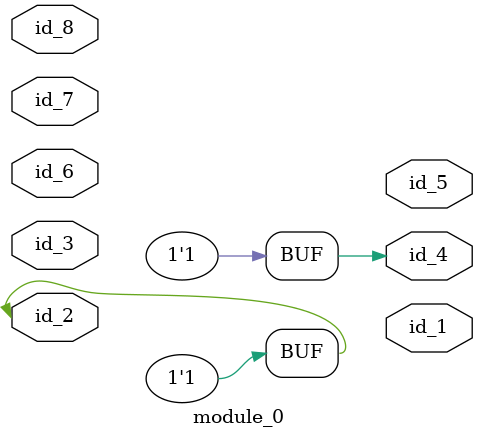
<source format=v>
`define pp_8 0
module module_0 (
    id_1,
    id_2,
    id_3,
    id_4,
    id_5,
    id_6,
    id_7,
    id_8
);
  input id_8;
  input id_7;
  inout id_6;
  output id_5;
  output id_4;
  inout id_3;
  inout id_2;
  output id_1;
  initial begin
    id_4 <= 1;
  end
  assign id_2 = 1;
endmodule

</source>
